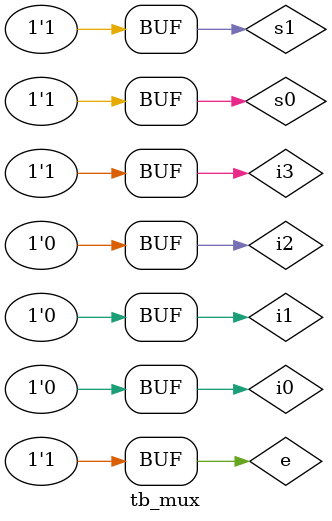
<source format=v>
`timescale 1ns / 1ps
`timescale 1ns / 1ps


module tb_mux;
reg i0;
reg i1;
reg i2;
reg i3;
reg s0;
reg s1;
reg e;

wire d;

mux uut(
.i0(i0),
.i1(i1),
.i2(i2),
.i3(i3),
.s0(s0),
.s1(s1),
.d(d),
.e(e)
);

initial begin
/*
$display("if all inputs are 1");
i0 = 1;
i1 = 1;
i2 = 1;
i3 = 1;
s0 = 0;
s1 = 0;
e = 0;

#50;
e = 0;
s0 = 0;
s1 = 0;
$display("TC01");
if(d != 1'b0)$display("Result is wrong");

e = 0;
s0 = 0;
s1 = 1;
#50
$display("TC02");
if(d != 1'b0)$display("Result is wrong");

e = 0;
s0 = 1;
s1 = 0;
#50
$display("TC03");
if(d != 1'b0)$display("Result is wrong");

e = 0;
s0 = 1;
s1 = 1;
#50
$display("TC04");
if(d != 1'b0)$display("Result is wrong");

e = 1;
s0 = 0;
s1 = 0;

#50
$display("TC05");
if(d != i0)$display("Result is wrong");

e = 1;
s0 = 0;
s1 = 1;
#50
$display("TC06");
if(d != i1)$display("Result is wrong");

e = 1;
s0 = 1;
s1 = 0;
#50
$display("TC07");
if(d != i2)$display("Result is wrong");

e = 1;
s0 = 1;
s1 = 1;
#50
$display("TC08");
if(d != i3)$display("Result is wrong");
*/


$display("if only i0 = 1");
i0 = 1;
i1 = 0;
i2 = 0;
i3 = 0;
s0 = 0;
s1 = 0;
e = 0;

#50;
e = 0;
s0 = 0;
s1 = 0;
$display("TC01");
if(d != 1'b0)$display("Result is wrong");

e = 0;
s0 = 0;
s1 = 1;
#50
$display("TC02");
if(d != 1'b0)$display("Result is wrong");

e = 0;
s0 = 1;
s1 = 0;
#50
$display("TC03");
if(d != 1'b0)$display("Result is wrong");

e = 0;
s0 = 1;
s1 = 1;
#50
$display("TC04");
if(d != 1'b0)$display("Result is wrong");

e = 1;
s0 = 0;
s1 = 0;

#50
$display("TC05");
if(d != i0)$display("Result is wrong");

e = 1;
s0 = 0;
s1 = 1;
#50
$display("TC06");
if(d != i1)$display("Result is wrong");

e = 1;
s0 = 1;
s1 = 0;
#50
$display("TC07");
if(d != i2)$display("Result is wrong");

e = 1;
s0 = 1;
s1 = 1;
#50
$display("TC08");
if(d != i3)$display("Result is wrong");



$display("if only i1 = 1");
i0 = 0;
i1 = 1;
i2 = 0;
i3 = 0;
s0 = 0;
s1 = 0;
e = 0;

#50;
e = 0;
s0 = 0;
s1 = 0;
$display("TC01");
if(d != 1'b0)$display("Result is wrong");

e = 0;
s0 = 0;
s1 = 1;
#50
$display("TC02");
if(d != 1'b0)$display("Result is wrong");

e = 0;
s0 = 1;
s1 = 0;
#50
$display("TC03");
if(d != 1'b0)$display("Result is wrong");

e = 0;
s0 = 1;
s1 = 1;
#50
$display("TC04");
if(d != 1'b0)$display("Result is wrong");

e = 1;
s0 = 0;
s1 = 0;

#50
$display("TC05");
if(d != i0)$display("Result is wrong");

e = 1;
s0 = 0;
s1 = 1;
#50
$display("TC06");
if(d != i1)$display("Result is wrong");

e = 1;
s0 = 1;
s1 = 0;
#50
$display("TC07");
if(d != i2)$display("Result is wrong");

e = 1;
s0 = 1;
s1 = 1;
#50
$display("TC08");
if(d != i3)$display("Result is wrong");


$display("if only i2 = 1");
i0 = 0;
i1 = 0;
i2 = 1;
i3 = 0;
s0 = 0;
s1 = 0;
e = 0;

#50;
e = 0;
s0 = 0;
s1 = 0;
$display("TC01");
if(d != 1'b0)$display("Result is wrong");

e = 0;
s0 = 0;
s1 = 1;
#50
$display("TC02");
if(d != 1'b0)$display("Result is wrong");

e = 0;
s0 = 1;
s1 = 0;
#50
$display("TC03");
if(d != 1'b0)$display("Result is wrong");

e = 0;
s0 = 1;
s1 = 1;
#50
$display("TC04");
if(d != 1'b0)$display("Result is wrong");

e = 1;
s0 = 0;
s1 = 0;

#50
$display("TC05");
if(d != i0)$display("Result is wrong");

e = 1;
s0 = 0;
s1 = 1;
#50
$display("TC06");
if(d != i1)$display("Result is wrong");

e = 1;
s0 = 1;
s1 = 0;
#50
$display("TC07");
if(d != i2)$display("Result is wrong");

e = 1;
s0 = 1;
s1 = 1;
#50
$display("TC08");
if(d != i3)$display("Result is wrong");


$display("if only i3 = 1");
i0 = 0;
i1 = 0;
i2 = 0;
i3 = 1;
s0 = 0;
s1 = 0;
e = 0;

#50;
e = 0;
s0 = 0;
s1 = 0;
$display("TC01");
if(d != 1'b0)$display("Result is wrong");

e = 0;
s0 = 0;
s1 = 1;
#50
$display("TC02");
if(d != 1'b0)$display("Result is wrong");

e = 0;
s0 = 1;
s1 = 0;
#50
$display("TC03");
if(d != 1'b0)$display("Result is wrong");

e = 0;
s0 = 1;
s1 = 1;
#50
$display("TC04");
if(d != 1'b0)$display("Result is wrong");

e = 1;
s0 = 0;
s1 = 0;

#50
$display("TC05");
if(d != i0)$display("Result is wrong");

e = 1;
s0 = 0;
s1 = 1;
#50
$display("TC06");
if(d != i1)$display("Result is wrong");

e = 1;
s0 = 1;
s1 = 0;
#50
$display("TC07");
if(d != i2)$display("Result is wrong");

e = 1;
s0 = 1;
s1 = 1;
#50
$display("TC08");
if(d != i3)$display("Result is wrong");



end

endmodule

</source>
